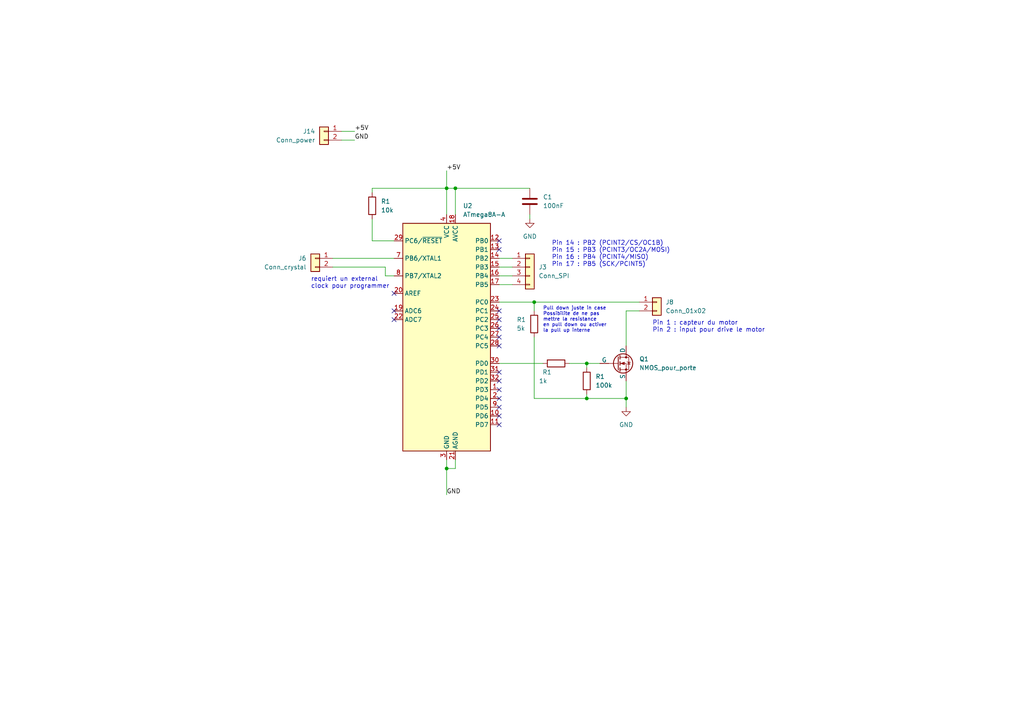
<source format=kicad_sch>
(kicad_sch (version 20230121) (generator eeschema)
  (paper "A4")
  (lib_symbols
    (symbol "Connector_Generic:Conn_01x02" (pin_names (offset 1.016) hide)
      (property "Reference" "J" (at 0 2.54 0))
      (property "Value" "Conn_01x02" (at 0 -5.08 0))
      (symbol "Conn_01x02_1_1"
        (rectangle (start -1.27 -2.413) (end 0 -2.667) (stroke (width 0.1524)))
        (rectangle (start -1.27 0.127) (end 0 -0.127) (stroke (width 0.1524)))
        (rectangle (start -1.27 1.27) (end 1.27 -3.81) (stroke (width 0.254)) (fill (type background)))
        (pin passive line (at -5.08 0 0) (length 3.81) (name "Pin_1") (number "1"))
        (pin passive line (at -5.08 -2.54 0) (length 3.81) (name "Pin_2") (number "2"))
      )
    )
    (symbol "Connector_Generic:Conn_01x04" (pin_names (offset 1.016) hide)
      (property "Reference" "J" (at 0 5.08 0))
      (property "Value" "Conn_01x04" (at 0 -7.62 0))
      (symbol "Conn_01x04_1_1"
        (rectangle (start -1.27 -4.953) (end 0 -5.207) (stroke (width 0.1524)))
        (rectangle (start -1.27 -2.413) (end 0 -2.667) (stroke (width 0.1524)))
        (rectangle (start -1.27 0.127) (end 0 -0.127) (stroke (width 0.1524)))
        (rectangle (start -1.27 2.667) (end 0 2.413) (stroke (width 0.1524)))
        (rectangle (start -1.27 3.81) (end 1.27 -6.35) (stroke (width 0.254)) (fill (type background)))
        (pin passive line (at -5.08 2.54 0) (length 3.81) (name "Pin_1") (number "1"))
        (pin passive line (at -5.08 0 0) (length 3.81) (name "Pin_2") (number "2"))
        (pin passive line (at -5.08 -2.54 0) (length 3.81) (name "Pin_3") (number "3"))
        (pin passive line (at -5.08 -5.08 0) (length 3.81) (name "Pin_4") (number "4"))
      )
    )
    (symbol "Device:C" (pin_numbers hide) (pin_names (offset 0.254))
      (property "Reference" "C" (at 0.635 2.54 0))
      (property "Value" "C" (at 0.635 -2.54 0))
      (symbol "C_0_1"
        (polyline (pts (xy -2.032 -0.762) (xy 2.032 -0.762)) (stroke (width 0.508)))
        (polyline (pts (xy -2.032 0.762) (xy 2.032 0.762)) (stroke (width 0.508)))
      )
      (symbol "C_1_1"
        (pin passive line (at 0 3.81 270) (length 2.794) (name "~") (number "1"))
        (pin passive line (at 0 -3.81 90) (length 2.794) (name "~") (number "2"))
      )
    )
    (symbol "Device:R" (pin_numbers hide) (pin_names (offset 0))
      (property "Reference" "R" (at 2.032 0 90))
      (property "Value" "R" (at 0 0 90))
      (symbol "R_0_1"
        (rectangle (start -1.016 -2.54) (end 1.016 2.54) (stroke (width 0.254)))
      )
      (symbol "R_1_1"
        (pin passive line (at 0 3.81 270) (length 1.27) (name "~") (number "1"))
        (pin passive line (at 0 -3.81 90) (length 1.27) (name "~") (number "2"))
      )
    )
    (symbol "MCU_Microchip_ATmega:ATmega8A-A"
      (property "Reference" "U" (at -12.7 34.29 0))
      (property "Value" "ATmega8A-A" (at 5.08 -34.29 0))
      (symbol "ATmega8A-A_0_1"
        (rectangle (start -12.7 -33.02) (end 12.7 33.02) (stroke (width 0.254)) (fill (type background)))
      )
      (symbol "ATmega8A-A_1_1"
        (pin bidirectional line (at 15.24 -15.24 180) (length 2.54) (name "PD3") (number "1"))
        (pin bidirectional line (at 15.24 -22.86 180) (length 2.54) (name "PD6") (number "10"))
        (pin bidirectional line (at 15.24 -25.4 180) (length 2.54) (name "PD7") (number "11"))
        (pin bidirectional line (at 15.24 27.94 180) (length 2.54) (name "PB0") (number "12"))
        (pin bidirectional line (at 15.24 25.4 180) (length 2.54) (name "PB1") (number "13"))
        (pin bidirectional line (at 15.24 22.86 180) (length 2.54) (name "PB2") (number "14"))
        (pin bidirectional line (at 15.24 20.32 180) (length 2.54) (name "PB3") (number "15"))
        (pin bidirectional line (at 15.24 17.78 180) (length 2.54) (name "PB4") (number "16"))
        (pin bidirectional line (at 15.24 15.24 180) (length 2.54) (name "PB5") (number "17"))
        (pin power_in line (at 2.54 35.56 270) (length 2.54) (name "AVCC") (number "18"))
        (pin input line (at -15.24 7.62 0) (length 2.54) (name "ADC6") (number "19"))
        (pin bidirectional line (at 15.24 -17.78 180) (length 2.54) (name "PD4") (number "2"))
        (pin passive line (at -15.24 12.7 0) (length 2.54) (name "AREF") (number "20"))
        (pin power_in line (at 2.54 -35.56 90) (length 2.54) (name "AGND") (number "21"))
        (pin input line (at -15.24 5.08 0) (length 2.54) (name "ADC7") (number "22"))
        (pin bidirectional line (at 15.24 10.16 180) (length 2.54) (name "PC0") (number "23"))
        (pin bidirectional line (at 15.24 7.62 180) (length 2.54) (name "PC1") (number "24"))
        (pin bidirectional line (at 15.24 5.08 180) (length 2.54) (name "PC2") (number "25"))
        (pin bidirectional line (at 15.24 2.54 180) (length 2.54) (name "PC3") (number "26"))
        (pin bidirectional line (at 15.24 0 180) (length 2.54) (name "PC4") (number "27"))
        (pin bidirectional line (at 15.24 -2.54 180) (length 2.54) (name "PC5") (number "28"))
        (pin bidirectional line (at -15.24 27.94 0) (length 2.54) (name "PC6/~{RESET}") (number "29"))
        (pin power_in line (at 0 -35.56 90) (length 2.54) (name "GND") (number "3"))
        (pin bidirectional line (at 15.24 -7.62 180) (length 2.54) (name "PD0") (number "30"))
        (pin bidirectional line (at 15.24 -10.16 180) (length 2.54) (name "PD1") (number "31"))
        (pin bidirectional line (at 15.24 -12.7 180) (length 2.54) (name "PD2") (number "32"))
        (pin power_in line (at 0 35.56 270) (length 2.54) (name "VCC") (number "4"))
        (pin passive line (at 0 -35.56 90) (length 2.54) hide (name "GND") (number "5"))
        (pin passive line (at 0 35.56 270) (length 2.54) hide (name "VCC") (number "6"))
        (pin bidirectional line (at -15.24 22.86 0) (length 2.54) (name "PB6/XTAL1") (number "7"))
        (pin bidirectional line (at -15.24 17.78 0) (length 2.54) (name "PB7/XTAL2") (number "8"))
        (pin bidirectional line (at 15.24 -20.32 180) (length 2.54) (name "PD5") (number "9"))
      )
    )
    (symbol "Simulation_SPICE:NMOS" (pin_numbers hide) (pin_names (offset 0))
      (property "Reference" "Q" (at 5.08 1.27 0))
      (property "Value" "NMOS" (at 5.08 -1.27 0))
      (symbol "NMOS_0_1"
        (polyline (pts (xy 0.254 0) (xy -2.54 0)))
        (polyline (pts (xy 0.254 1.905) (xy 0.254 -1.905)) (stroke (width 0.254)))
        (polyline (pts (xy 0.762 -1.27) (xy 0.762 -2.286)) (stroke (width 0.254)))
        (polyline (pts (xy 0.762 0.508) (xy 0.762 -0.508)) (stroke (width 0.254)))
        (polyline (pts (xy 0.762 2.286) (xy 0.762 1.27)) (stroke (width 0.254)))
        (polyline (pts (xy 2.54 2.54) (xy 2.54 1.778)))
        (polyline (pts (xy 2.54 -2.54) (xy 2.54 0) (xy 0.762 0)))
        (polyline (pts (xy 0.762 -1.778) (xy 3.302 -1.778) (xy 3.302 1.778) (xy 0.762 1.778)))
        (polyline (pts (xy 1.016 0) (xy 2.032 0.381) (xy 2.032 -0.381) (xy 1.016 0)) (fill (type outline)))
        (polyline (pts (xy 2.794 0.508) (xy 2.921 0.381) (xy 3.683 0.381) (xy 3.81 0.254)))
        (polyline (pts (xy 3.302 0.381) (xy 2.921 -0.254) (xy 3.683 -0.254) (xy 3.302 0.381)))
        (circle (center 1.651 0) (radius 2.794) (stroke (width 0.254)))
        (circle (center 2.54 -1.778) (radius 0.254) (fill (type outline)))
        (circle (center 2.54 1.778) (radius 0.254) (fill (type outline)))
      )
      (symbol "NMOS_1_1"
        (pin passive line (at 2.54 5.08 270) (length 2.54) (name "D") (number "1"))
        (pin input line (at -5.08 0 0) (length 2.54) (name "G") (number "2"))
        (pin passive line (at 2.54 -5.08 90) (length 2.54) (name "S") (number "3"))
      )
    )
    (symbol "power:GND" (power) (pin_names (offset 0))
      (property "Value" "GND" (at 0 -3.81 0))
      (symbol "GND_0_1"
        (polyline (pts (xy 0 0) (xy 0 -1.27) (xy 1.27 -1.27) (xy 0 -2.54) (xy -1.27 -1.27) (xy 0 -1.27)))
      )
      (symbol "GND_1_1"
        (pin power_in line (at 0 0 270) (length 0) hide (name "GND") (number "1"))
      )
    )
  )
  (junction (at 170.18 115.57))
  (junction (at 181.61 115.57))
  (junction (at 132.08 54.61))
  (junction (at 170.18 105.41))
  (junction (at 129.54 135.89))
  (junction (at 154.94 87.63))
  (junction (at 129.54 54.61))
  (no_connect (at 114.3 85.09))
  (no_connect (at 144.78 90.17))
  (no_connect (at 144.78 118.11))
  (no_connect (at 144.78 95.25))
  (no_connect (at 144.78 72.39))
  (no_connect (at 144.78 115.57))
  (no_connect (at 144.78 107.95))
  (no_connect (at 144.78 69.85))
  (no_connect (at 144.78 123.19))
  (no_connect (at 144.78 113.03))
  (no_connect (at 114.3 92.71))
  (no_connect (at 144.78 100.33))
  (no_connect (at 144.78 110.49))
  (no_connect (at 144.78 97.79))
  (no_connect (at 144.78 120.65))
  (no_connect (at 114.3 90.17))
  (no_connect (at 144.78 92.71))
  (wire (pts (xy 111.76 80.01) (xy 114.3 80.01)))
  (wire (pts (xy 181.61 110.49) (xy 181.61 115.57)))
  (wire (pts (xy 170.18 114.3) (xy 170.18 115.57)))
  (wire (pts (xy 154.94 97.79) (xy 154.94 115.57)))
  (wire (pts (xy 181.61 90.17) (xy 185.42 90.17)))
  (wire (pts (xy 154.94 87.63) (xy 185.42 87.63)))
  (wire (pts (xy 181.61 90.17) (xy 181.61 100.33)))
  (wire (pts (xy 129.54 133.35) (xy 129.54 135.89)))
  (wire (pts (xy 144.78 74.93) (xy 148.59 74.93)))
  (wire (pts (xy 153.67 63.5) (xy 153.67 62.23)))
  (wire (pts (xy 107.95 69.85) (xy 114.3 69.85)))
  (wire (pts (xy 132.08 54.61) (xy 129.54 54.61)))
  (wire (pts (xy 132.08 62.23) (xy 132.08 54.61)))
  (wire (pts (xy 96.52 74.93) (xy 114.3 74.93)))
  (wire (pts (xy 132.08 54.61) (xy 153.67 54.61)))
  (wire (pts (xy 129.54 54.61) (xy 129.54 62.23)))
  (wire (pts (xy 99.06 40.64) (xy 102.87 40.64)))
  (wire (pts (xy 111.76 80.01) (xy 111.76 77.47)))
  (wire (pts (xy 154.94 87.63) (xy 154.94 90.17)))
  (wire (pts (xy 107.95 63.5) (xy 107.95 69.85)))
  (wire (pts (xy 99.06 38.1) (xy 102.87 38.1)))
  (wire (pts (xy 107.95 54.61) (xy 129.54 54.61)))
  (wire (pts (xy 165.1 105.41) (xy 170.18 105.41)))
  (wire (pts (xy 144.78 77.47) (xy 148.59 77.47)))
  (wire (pts (xy 170.18 115.57) (xy 181.61 115.57)))
  (wire (pts (xy 144.78 82.55) (xy 148.59 82.55)))
  (wire (pts (xy 144.78 87.63) (xy 154.94 87.63)))
  (wire (pts (xy 154.94 115.57) (xy 170.18 115.57)))
  (wire (pts (xy 107.95 55.88) (xy 107.95 54.61)))
  (wire (pts (xy 111.76 77.47) (xy 96.52 77.47)))
  (wire (pts (xy 129.54 135.89) (xy 129.54 143.51)))
  (wire (pts (xy 132.08 133.35) (xy 132.08 135.89)))
  (wire (pts (xy 170.18 105.41) (xy 173.99 105.41)))
  (wire (pts (xy 144.78 80.01) (xy 148.59 80.01)))
  (wire (pts (xy 132.08 135.89) (xy 129.54 135.89)))
  (wire (pts (xy 129.54 49.53) (xy 129.54 54.61)))
  (wire (pts (xy 170.18 105.41) (xy 170.18 106.68)))
  (wire (pts (xy 181.61 115.57) (xy 181.61 118.11)))
  (wire (pts (xy 144.78 105.41) (xy 157.48 105.41)))
  (text "requiert un external \nclock pour programmer" (at 90.17 83.82 0) (effects (font (size 1.27 1.27)) (justify left bottom)))
  (text "Pin 1 : capteur du motor\nPin 2 : input pour drive le motor" (at 189.23 96.52 0) (effects (font (size 1.27 1.27)) (justify left bottom)))
  (text "Pull down juste in case\nPossibilite de ne pas \nmettre la resistance\nen pull down ou activer\nla pull up interne" (at 157.48 96.52 0) (effects (font (size 1 1)) (justify left bottom)))
  (text "Pin 14 : PB2 (PCINT2/CS/OC1B)\nPin 15 : PB3 (PCINT3/OC2A/MOSI)\nPin 16 : PB4 (PCINT4/MISO)\nPin 17 : PB5 (SCK/PCINT5)" (at 160.02 77.47 0) (effects (font (size 1.27 1.27)) (justify left bottom)))
  (label "GND" (at 129.54 143.51 0))
  (label "+5V" (at 102.87 38.1 0))
  (label "+5V" (at 129.54 49.53 0))
  (label "GND" (at 102.87 40.64 0))
  (symbol (lib_id "Simulation_SPICE:NMOS") (at 179.07 105.41 0) (unit 1)
    (property "Reference" "Q1" (at 185.42 104.14 0) (effects (justify left)))
    (property "Value" "NMOS_pour_porte" (at 185.42 106.68 0) (effects (justify left)))
    (property "Footprint" "myLib:Conn1x3" (effects hide))
    (property "Datasheet" "https://ngspice.sourceforge.io/docs/ngspice-manual.pdf" (effects hide))
    (property "Sim.Device" "NMOS" (effects hide))
    (property "Sim.Type" "VDMOS" (effects hide))
    (property "Sim.Pins" "1=D 2=G 3=S" (effects hide))
  )
  (symbol (lib_id "Connector_Generic:Conn_01x04") (at 153.67 77.47 0) (unit 1)
    (property "Reference" "J3" (at 156.21 77.47 0) (effects (justify left)))
    (property "Value" "Conn_SPI" (at 156.21 80.01 0) (effects (justify left)))
    (property "Footprint" "myLib:conn_1x4" (effects hide))
    (instances (project "laob_maison" (path "" (reference "J3") (unit 1)) (path "" (reference "J7") (unit 1))))
  )
  (symbol (lib_id "Connector_Generic:Conn_01x02") (at 93.98 38.1 0) (mirror y) (unit 1)
    (property "Reference" "J14" (at 91.44 38.1 0) (effects (justify left)))
    (property "Value" "Conn_power" (at 91.44 40.64 0) (effects (justify left)))
    (property "Footprint" "myLib:Conn1x2" (effects hide))
    (instances (project "laob_maison" (path "" (reference "J14") (unit 1)) (path "" (reference "J13") (unit 1))))
  )
  (symbol (lib_id "Device:R") (at 161.29 105.41 90) (mirror x) (unit 1)
    (property "Reference" "R1" (at 160.02 107.95 90) (effects (justify left)))
    (property "Value" "1k" (at 158.75 110.49 90) (effects (justify left)))
    (property "Footprint" "Resistor_THT:R_Axial_DIN0309_L9.0mm_D3.2mm_P12.70mm_Horizontal" (effects hide))
    (instances (project "laob_maison" (path "" (reference "R1") (unit 1)) (path "" (reference "R7") (unit 1))))
  )
  (symbol (lib_id "Connector_Generic:Conn_01x02") (at 190.5 87.63 0) (unit 1)
    (property "Reference" "J8" (at 193.04 87.63 0) (effects (justify left)))
    (property "Value" "Conn_01x02" (at 193.04 90.17 0) (effects (justify left)))
    (property "Footprint" "myLib:Conn1x2" (effects hide))
  )
  (symbol (lib_id "power:GND") (at 153.67 63.5 0) (unit 1)
    (property "Reference" "#PWR03" (effects hide))
    (property "Value" "GND" (at 153.67 68.58 0))
    (instances (project "laob_maison" (path "" (reference "#PWR03") (unit 1)) (path "" (reference "#PWR06") (unit 1))))
  )
  (symbol (lib_id "Connector_Generic:Conn_01x02") (at 91.44 74.93 0) (mirror y) (unit 1)
    (property "Reference" "J6" (at 88.9 74.93 0) (effects (justify left)))
    (property "Value" "Conn_crystal" (at 88.9 77.47 0) (effects (justify left)))
    (property "Footprint" "myLib:Conn1x2" (effects hide))
  )
  (symbol (lib_id "power:GND") (at 181.61 118.11 0) (unit 1)
    (property "Reference" "#PWR03" (effects hide))
    (property "Value" "GND" (at 181.61 123.19 0))
    (instances (project "laob_maison" (path "" (reference "#PWR03") (unit 1)) (path "" (reference "#PWR014") (unit 1))))
  )
  (symbol (lib_id "MCU_Microchip_ATmega:ATmega8A-A") (at 129.54 97.79 0) (unit 1)
    (property "Reference" "U2" (at 134.2741 59.69 0) (effects (justify left)))
    (property "Value" "ATmega8A-A" (at 134.2741 62.23 0) (effects (justify left)))
    (property "Footprint" "Package_QFP:TQFP-32_7x7mm_P0.8mm" (effects hide))
    (property "Datasheet" "http://ww1.microchip.com/downloads/en/DeviceDoc/Microchip%208bit%20mcu%20AVR%20ATmega8A%20data%20sheet%2040001974A.pdf" (effects hide))
  )
  (symbol (lib_id "Device:R") (at 107.95 59.69 0) (unit 1)
    (property "Reference" "R1" (at 110.49 58.42 0) (effects (justify left)))
    (property "Value" "10k" (at 110.49 60.96 0) (effects (justify left)))
    (property "Footprint" "Resistor_THT:R_Axial_DIN0309_L9.0mm_D3.2mm_P12.70mm_Horizontal" (effects hide))
    (instances (project "laob_maison" (path "" (reference "R1") (unit 1)) (path "" (reference "R4") (unit 1))))
  )
  (symbol (lib_id "Device:R") (at 154.94 93.98 0) (unit 1)
    (property "Reference" "R1" (at 149.86 92.71 0) (effects (justify left)))
    (property "Value" "5k" (at 149.86 95.25 0) (effects (justify left)))
    (property "Footprint" "Resistor_THT:R_Axial_DIN0309_L9.0mm_D3.2mm_P12.70mm_Horizontal" (effects hide))
    (instances (project "laob_maison" (path "" (reference "R1") (unit 1)) (path "" (reference "R9") (unit 1))))
  )
  (symbol (lib_id "Device:R") (at 170.18 110.49 0) (unit 1)
    (property "Reference" "R1" (at 172.72 109.22 0) (effects (justify left)))
    (property "Value" "100k" (at 172.72 111.76 0) (effects (justify left)))
    (property "Footprint" "Resistor_THT:R_Axial_DIN0309_L9.0mm_D3.2mm_P12.70mm_Horizontal" (effects hide))
    (instances (project "laob_maison" (path "" (reference "R1") (unit 1)) (path "" (reference "R8") (unit 1))))
  )
  (symbol (lib_id "Device:C") (at 153.67 58.42 0) (unit 1)
    (property "Reference" "C1" (at 157.48 57.15 0) (effects (justify left)))
    (property "Value" "100nF" (at 157.48 59.69 0) (effects (justify left)))
    (property "Footprint" "Capacitor_THT:CP_Radial_Tantal_D7.0mm_P5.00mm" (effects hide))
    (instances (project "laob_maison" (path "" (reference "C1") (unit 1)) (path "" (reference "C2") (unit 1))))
  )
)
</source>
